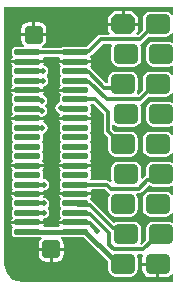
<source format=gbr>
%TF.GenerationSoftware,Altium Limited,Altium Designer,24.8.2 (39)*%
G04 Layer_Physical_Order=1*
G04 Layer_Color=255*
%FSLAX45Y45*%
%MOMM*%
%TF.SameCoordinates,FBB41CCB-3D8C-4B0B-A071-B3836E82DD1E*%
%TF.FilePolarity,Positive*%
%TF.FileFunction,Copper,L1,Top,Signal*%
%TF.Part,Single*%
G01*
G75*
%TA.AperFunction,SMDPad,CuDef*%
G04:AMPARAMS|DCode=10|XSize=2.2mm|YSize=0.5mm|CornerRadius=0.125mm|HoleSize=0mm|Usage=FLASHONLY|Rotation=0.000|XOffset=0mm|YOffset=0mm|HoleType=Round|Shape=RoundedRectangle|*
%AMROUNDEDRECTD10*
21,1,2.20000,0.25000,0,0,0.0*
21,1,1.95000,0.50000,0,0,0.0*
1,1,0.25000,0.97500,-0.12500*
1,1,0.25000,-0.97500,-0.12500*
1,1,0.25000,-0.97500,0.12500*
1,1,0.25000,0.97500,0.12500*
%
%ADD10ROUNDEDRECTD10*%
%TA.AperFunction,Conductor*%
%ADD11C,0.30000*%
%ADD12C,0.35000*%
%ADD13C,0.40000*%
%TA.AperFunction,ComponentPad*%
G04:AMPARAMS|DCode=14|XSize=1.7mm|YSize=2.1mm|CornerRadius=0mm|HoleSize=0mm|Usage=FLASHONLY|Rotation=270.000|XOffset=0mm|YOffset=0mm|HoleType=Round|Shape=Octagon|*
%AMOCTAGOND14*
4,1,8,1.05000,0.42500,1.05000,-0.42500,0.62500,-0.85000,-0.62500,-0.85000,-1.05000,-0.42500,-1.05000,0.42500,-0.62500,0.85000,0.62500,0.85000,1.05000,0.42500,0.0*
%
%ADD14OCTAGOND14*%

G04:AMPARAMS|DCode=15|XSize=1.7mm|YSize=2.1mm|CornerRadius=0.425mm|HoleSize=0mm|Usage=FLASHONLY|Rotation=270.000|XOffset=0mm|YOffset=0mm|HoleType=Round|Shape=RoundedRectangle|*
%AMROUNDEDRECTD15*
21,1,1.70000,1.25001,0,0,270.0*
21,1,0.85000,2.10000,0,0,270.0*
1,1,0.85000,-0.62500,-0.42500*
1,1,0.85000,-0.62500,0.42500*
1,1,0.85000,0.62500,0.42500*
1,1,0.85000,0.62500,-0.42500*
%
%ADD15ROUNDEDRECTD15*%
G04:AMPARAMS|DCode=16|XSize=1.55mm|YSize=1.6mm|CornerRadius=0.3875mm|HoleSize=0mm|Usage=FLASHONLY|Rotation=270.000|XOffset=0mm|YOffset=0mm|HoleType=Round|Shape=RoundedRectangle|*
%AMROUNDEDRECTD16*
21,1,1.55000,0.82500,0,0,270.0*
21,1,0.77500,1.60000,0,0,270.0*
1,1,0.77500,-0.41250,-0.38750*
1,1,0.77500,-0.41250,0.38750*
1,1,0.77500,0.41250,0.38750*
1,1,0.77500,0.41250,-0.38750*
%
%ADD16ROUNDEDRECTD16*%
%TA.AperFunction,ViaPad*%
%ADD17C,0.50800*%
G36*
X1476058Y2405898D02*
X1461058Y2401348D01*
X1451560Y2415561D01*
X1430887Y2429375D01*
X1406501Y2434226D01*
X1281500D01*
X1257114Y2429375D01*
X1236440Y2415561D01*
X1222626Y2394888D01*
X1217776Y2370501D01*
Y2285501D01*
X1219377Y2277450D01*
X1180162Y2238234D01*
X1165432D01*
X1159691Y2252092D01*
X1180400Y2272802D01*
Y2315301D01*
X1050000D01*
X919600D01*
Y2272802D01*
X940310Y2252092D01*
X934569Y2238234D01*
X860000D01*
X845368Y2235324D01*
X832964Y2227036D01*
X741661Y2135733D01*
X663501D01*
X663010Y2135635D01*
X548501D01*
X535820Y2133113D01*
X528517Y2128233D01*
X367020D01*
X362886Y2143233D01*
X380499Y2155001D01*
X394677Y2176220D01*
X399656Y2201251D01*
Y2227301D01*
X292999D01*
X186343D01*
Y2201251D01*
X191321Y2176220D01*
X205500Y2155001D01*
X212034Y2150635D01*
X207484Y2135635D01*
X142502D01*
X129821Y2133113D01*
X119071Y2125929D01*
X111888Y2115179D01*
X109365Y2102498D01*
Y2077498D01*
X111888Y2064818D01*
X115178Y2049823D01*
X106801Y2037287D01*
X103899Y2022699D01*
X376105D01*
X373307Y2036764D01*
X373235Y2037342D01*
X381570Y2051764D01*
X504433D01*
X512767Y2037342D01*
X512696Y2036764D01*
X509898Y2022699D01*
X646001D01*
X782103D01*
X779202Y2037287D01*
X770825Y2049823D01*
X775735Y2064583D01*
X784534Y2070462D01*
X875837Y2161766D01*
X950536D01*
X958553Y2146766D01*
X954626Y2140888D01*
X949775Y2116501D01*
Y2031501D01*
X954626Y2007115D01*
X968440Y1986442D01*
X989113Y1972628D01*
X1013500Y1967777D01*
X1138500D01*
X1162886Y1972628D01*
X1183560Y1986442D01*
X1197374Y2007115D01*
X1202224Y2031501D01*
Y2116501D01*
X1197374Y2140888D01*
X1193446Y2146766D01*
X1194261Y2151550D01*
X1200823Y2162725D01*
X1210631Y2164676D01*
X1223035Y2172964D01*
X1273449Y2223379D01*
X1281500Y2221777D01*
X1406501D01*
X1430887Y2226628D01*
X1451560Y2240442D01*
X1461058Y2254655D01*
X1476058Y2250105D01*
Y2178475D01*
X1462829Y2171404D01*
X1456886Y2175375D01*
X1432500Y2180226D01*
X1307500D01*
X1283113Y2175375D01*
X1262440Y2161561D01*
X1248626Y2140888D01*
X1243775Y2116501D01*
Y2031501D01*
X1248626Y2007115D01*
X1262440Y1986442D01*
X1283113Y1972628D01*
X1307500Y1967777D01*
X1432500D01*
X1456886Y1972628D01*
X1462829Y1976599D01*
X1476058Y1969528D01*
Y1897898D01*
X1461058Y1893348D01*
X1451560Y1907561D01*
X1430887Y1921375D01*
X1406501Y1926226D01*
X1281500D01*
X1257114Y1921375D01*
X1236440Y1907561D01*
X1222626Y1886888D01*
X1217776Y1862501D01*
Y1777501D01*
X1219975Y1766444D01*
X1184493Y1730961D01*
X1175065Y1732034D01*
X1167590Y1747451D01*
X1171374Y1753115D01*
X1176225Y1777501D01*
Y1862501D01*
X1171374Y1886888D01*
X1157561Y1907561D01*
X1136887Y1921375D01*
X1112501Y1926226D01*
X987500D01*
X963114Y1921375D01*
X942440Y1907561D01*
X928627Y1886888D01*
X923776Y1862501D01*
Y1825686D01*
X904782D01*
X785235Y1945232D01*
X774692Y1952277D01*
X774115Y1955179D01*
X770825Y1970174D01*
X779202Y1982711D01*
X782103Y1997299D01*
X646001D01*
X509898D01*
X512800Y1982711D01*
X521176Y1970174D01*
X517886Y1955179D01*
X515364Y1942499D01*
Y1917499D01*
X517886Y1904818D01*
X525070Y1894068D01*
Y1885930D01*
X517886Y1875180D01*
X515364Y1862499D01*
Y1837499D01*
X517886Y1824818D01*
X521176Y1809823D01*
X512800Y1797287D01*
X509898Y1782699D01*
X646001D01*
Y1757299D01*
X509898D01*
X512800Y1742711D01*
X521176Y1730175D01*
X517886Y1715180D01*
X515364Y1702499D01*
Y1677499D01*
X515733Y1675646D01*
X507399Y1663174D01*
X505783Y1662853D01*
X490765Y1652819D01*
X480731Y1637801D01*
X477207Y1620087D01*
X480731Y1602373D01*
X490765Y1587355D01*
X505783Y1577321D01*
X507868Y1576906D01*
X514772Y1560239D01*
X512800Y1557287D01*
X509898Y1542699D01*
X646001D01*
X782103D01*
X779202Y1557287D01*
X770825Y1569824D01*
X774115Y1584819D01*
X776638Y1597499D01*
Y1622499D01*
X774115Y1635180D01*
X771353Y1639313D01*
X779330Y1654313D01*
X797897D01*
X884314Y1567896D01*
Y1422002D01*
X887031Y1408346D01*
X894766Y1396768D01*
X925975Y1365559D01*
X923776Y1354501D01*
Y1269501D01*
X928627Y1245115D01*
X942440Y1224442D01*
X963114Y1210628D01*
X987500Y1205777D01*
X1112501D01*
X1136887Y1210628D01*
X1157561Y1224442D01*
X1171374Y1245115D01*
X1176225Y1269501D01*
Y1354501D01*
X1171374Y1378888D01*
X1157561Y1399561D01*
X1136887Y1413375D01*
X1112501Y1418226D01*
X987500D01*
X976443Y1416026D01*
X955686Y1436784D01*
Y1472585D01*
X970686Y1476941D01*
X989113Y1464628D01*
X1013500Y1459777D01*
X1138500D01*
X1162886Y1464628D01*
X1183560Y1478442D01*
X1197374Y1499115D01*
X1202224Y1523501D01*
Y1608501D01*
X1197374Y1632888D01*
X1193080Y1639314D01*
X1193270Y1642411D01*
X1200265Y1655561D01*
X1207655Y1657031D01*
X1219233Y1664766D01*
X1270443Y1715977D01*
X1281500Y1713777D01*
X1406501D01*
X1430887Y1718628D01*
X1451560Y1732442D01*
X1461058Y1746655D01*
X1476058Y1742105D01*
Y1670475D01*
X1462829Y1663404D01*
X1456886Y1667375D01*
X1432500Y1672226D01*
X1307500D01*
X1283113Y1667375D01*
X1262440Y1653561D01*
X1248626Y1632888D01*
X1243775Y1608501D01*
Y1523501D01*
X1248626Y1499115D01*
X1262440Y1478442D01*
X1283113Y1464628D01*
X1307500Y1459777D01*
X1432500D01*
X1456886Y1464628D01*
X1462829Y1468599D01*
X1476058Y1461528D01*
Y1389898D01*
X1461058Y1385348D01*
X1451560Y1399561D01*
X1430887Y1413375D01*
X1406501Y1418226D01*
X1281500D01*
X1257114Y1413375D01*
X1236440Y1399561D01*
X1222626Y1378888D01*
X1217776Y1354501D01*
Y1269501D01*
X1222626Y1245115D01*
X1236440Y1224442D01*
X1257114Y1210628D01*
X1281500Y1205777D01*
X1406501D01*
X1430887Y1210628D01*
X1451560Y1224442D01*
X1461058Y1238655D01*
X1476058Y1234105D01*
Y1162475D01*
X1462829Y1155404D01*
X1456886Y1159375D01*
X1432500Y1164226D01*
X1307500D01*
X1283113Y1159375D01*
X1262440Y1145561D01*
X1248626Y1124888D01*
X1243775Y1100501D01*
Y1039570D01*
X1239793Y1038777D01*
X1228216Y1031042D01*
X1217224Y1020051D01*
X1202224Y1026264D01*
Y1100501D01*
X1197374Y1124888D01*
X1183560Y1145561D01*
X1162886Y1159375D01*
X1138500Y1164226D01*
X1013500D01*
X989113Y1159375D01*
X968440Y1145561D01*
X954626Y1124888D01*
X949775Y1100501D01*
Y1015501D01*
X953151Y998529D01*
X939327Y991140D01*
X935233Y995234D01*
X923656Y1002970D01*
X909999Y1005686D01*
X779330D01*
X771353Y1020686D01*
X774115Y1024820D01*
X776638Y1037500D01*
Y1062501D01*
X774115Y1075181D01*
X770825Y1090176D01*
X779202Y1102712D01*
X782103Y1117300D01*
X646001D01*
X509898D01*
X512800Y1102712D01*
X521176Y1090176D01*
X517886Y1075181D01*
X515364Y1062501D01*
Y1037500D01*
X517886Y1024820D01*
X525070Y1014070D01*
Y1005931D01*
X517886Y995181D01*
X515364Y982501D01*
Y957500D01*
X517886Y944820D01*
X521176Y929825D01*
X512800Y917289D01*
X509898Y902701D01*
X646001D01*
X782103D01*
X779202Y917289D01*
X777848Y919315D01*
X785866Y934315D01*
X895218D01*
X919770Y909763D01*
X931347Y902027D01*
X932600Y901778D01*
X932807Y901563D01*
X938291Y885352D01*
X928627Y870888D01*
X923776Y846501D01*
Y761501D01*
X928627Y737115D01*
X942440Y716442D01*
X963114Y702628D01*
X987500Y697777D01*
X1112501D01*
X1136887Y702628D01*
X1157561Y716442D01*
X1171374Y737115D01*
X1176225Y761501D01*
Y846501D01*
X1171374Y870888D01*
X1162405Y884311D01*
X1170423Y899311D01*
X1182637D01*
X1196294Y902027D01*
X1207871Y909763D01*
X1266102Y967994D01*
X1283113Y956628D01*
X1307500Y951777D01*
X1432500D01*
X1456886Y956628D01*
X1462829Y960599D01*
X1476058Y953528D01*
Y881898D01*
X1461058Y877348D01*
X1451560Y891561D01*
X1430887Y905375D01*
X1406501Y910226D01*
X1281500D01*
X1257114Y905375D01*
X1236440Y891561D01*
X1222626Y870888D01*
X1217776Y846501D01*
Y761501D01*
X1222626Y737115D01*
X1236440Y716442D01*
X1257114Y702628D01*
X1281500Y697777D01*
X1406501D01*
X1430887Y702628D01*
X1451560Y716442D01*
X1461058Y730655D01*
X1476058Y726105D01*
Y654475D01*
X1462829Y647404D01*
X1456886Y651375D01*
X1432500Y656226D01*
X1307500D01*
X1283113Y651375D01*
X1262440Y637561D01*
X1248626Y616888D01*
X1243775Y592501D01*
Y507501D01*
X1245975Y496444D01*
X1210492Y460961D01*
X1201064Y462034D01*
X1193589Y477451D01*
X1197374Y483115D01*
X1202224Y507501D01*
Y592501D01*
X1197374Y616888D01*
X1183560Y637561D01*
X1162886Y651375D01*
X1138500Y656226D01*
X1013500D01*
X989113Y651375D01*
X974673Y641726D01*
X791164Y825235D01*
X779587Y832970D01*
X774348Y834012D01*
X774115Y835181D01*
X770825Y850177D01*
X779202Y862713D01*
X782103Y877301D01*
X646001D01*
X509898D01*
X512800Y862713D01*
X521176Y850177D01*
X517886Y835182D01*
X515364Y822501D01*
Y797501D01*
X517886Y784820D01*
X525070Y774070D01*
Y765932D01*
X517886Y755182D01*
X515364Y742501D01*
Y717501D01*
X517886Y704821D01*
X521176Y689825D01*
X512800Y677289D01*
X509898Y662701D01*
X646001D01*
Y637301D01*
X509898D01*
X512189Y625785D01*
X504103Y610785D01*
X381900D01*
X373814Y625785D01*
X376105Y637301D01*
X103899D01*
X106801Y622713D01*
X115178Y610177D01*
X111888Y595182D01*
X109365Y582502D01*
Y557501D01*
X111888Y544821D01*
X119071Y534070D01*
X129821Y526887D01*
X142502Y524365D01*
X337502D01*
X350183Y526887D01*
X350623Y527181D01*
X358827Y525261D01*
X361746Y509171D01*
X355502Y504999D01*
X341324Y483779D01*
X336345Y458749D01*
Y432699D01*
X443001D01*
X549658D01*
Y458749D01*
X544679Y483779D01*
X530501Y504999D01*
X524257Y509171D01*
X527176Y525261D01*
X535379Y527181D01*
X535820Y526887D01*
X548501Y524365D01*
X718961D01*
X923776Y319550D01*
Y253501D01*
X928627Y229115D01*
X942440Y208442D01*
X963114Y194628D01*
X987500Y189777D01*
X1112501D01*
X1136887Y194628D01*
X1157561Y208442D01*
X1171374Y229115D01*
X1176225Y253501D01*
Y338501D01*
X1171374Y362888D01*
X1167080Y369314D01*
X1175098Y384314D01*
X1212408D01*
X1220590Y369559D01*
X1217540Y364995D01*
X1212270Y338501D01*
Y308701D01*
X1344000D01*
Y296001D01*
X1356700D01*
Y184271D01*
X1406501D01*
X1432994Y189541D01*
X1455454Y204548D01*
X1461058Y212936D01*
X1476058Y208385D01*
Y143944D01*
X200000D01*
X199453Y143835D01*
X159563Y149087D01*
X121882Y164695D01*
X89524Y189524D01*
X64695Y221882D01*
X49087Y259563D01*
X43836Y299453D01*
X43944Y299999D01*
Y2476056D01*
X1476058D01*
Y2405898D01*
D02*
G37*
%LPC*%
G36*
X1125201Y2438401D02*
X1062700D01*
Y2340701D01*
X1180400D01*
Y2383201D01*
X1125201Y2438401D01*
D02*
G37*
G36*
X1037300D02*
X974800D01*
X919600Y2383201D01*
Y2340701D01*
X1037300D01*
Y2438401D01*
D02*
G37*
G36*
X334249Y2344157D02*
X305699D01*
Y2252701D01*
X399656D01*
Y2278751D01*
X394677Y2303781D01*
X380499Y2325000D01*
X359279Y2339178D01*
X334249Y2344157D01*
D02*
G37*
G36*
X280299D02*
X251749D01*
X226719Y2339178D01*
X205500Y2325000D01*
X191321Y2303781D01*
X186343Y2278751D01*
Y2252701D01*
X280299D01*
Y2344157D01*
D02*
G37*
G36*
X376105Y1997299D02*
X103899D01*
X106801Y1982711D01*
X115178Y1970174D01*
X111888Y1955179D01*
X109365Y1942499D01*
Y1917499D01*
X111888Y1904818D01*
X119071Y1894068D01*
Y1885930D01*
X111888Y1875180D01*
X109365Y1862499D01*
Y1837499D01*
X111888Y1824818D01*
X115178Y1809823D01*
X106801Y1797287D01*
X103899Y1782699D01*
X376105D01*
X374716Y1789680D01*
X382850Y1805365D01*
X384771Y1806974D01*
X388730Y1807761D01*
X403748Y1817795D01*
X413782Y1832813D01*
X417306Y1850527D01*
X413782Y1868241D01*
X403748Y1883259D01*
Y1889325D01*
X405525Y1900112D01*
X413994Y1912786D01*
X417518Y1930501D01*
X413994Y1948215D01*
X403960Y1963232D01*
X388943Y1973267D01*
X385404Y1973970D01*
X383638Y1975236D01*
X374921Y1991349D01*
X376105Y1997299D01*
D02*
G37*
G36*
Y1757299D02*
X103899D01*
X106801Y1742711D01*
X115178Y1730175D01*
X111888Y1715180D01*
X109365Y1702499D01*
Y1677499D01*
X111888Y1664818D01*
X119071Y1654068D01*
Y1645930D01*
X111888Y1635180D01*
X109365Y1622499D01*
Y1597499D01*
X111888Y1584819D01*
X115178Y1569824D01*
X106801Y1557287D01*
X103899Y1542699D01*
X376105D01*
X375400Y1546241D01*
X379488Y1552359D01*
X394505Y1562393D01*
X404539Y1577410D01*
X408063Y1595124D01*
X404539Y1612839D01*
X394505Y1627856D01*
X392156Y1629426D01*
Y1644426D01*
X394506Y1645996D01*
X404540Y1661014D01*
X408064Y1678728D01*
X404540Y1696442D01*
X394506Y1711460D01*
X379489Y1721494D01*
X377351Y1721919D01*
X370447Y1738586D01*
X373203Y1742711D01*
X376105Y1757299D01*
D02*
G37*
G36*
Y1517299D02*
X103899D01*
X106801Y1502711D01*
X115178Y1490175D01*
X111888Y1475180D01*
X109365Y1462500D01*
Y1437500D01*
X111888Y1424819D01*
X119071Y1414069D01*
Y1405931D01*
X111888Y1395181D01*
X109365Y1382500D01*
Y1357500D01*
X111888Y1344819D01*
X119071Y1334069D01*
Y1325931D01*
X111888Y1315181D01*
X109365Y1302500D01*
Y1277500D01*
X111888Y1264819D01*
X119071Y1254069D01*
Y1245931D01*
X111888Y1235181D01*
X109365Y1222500D01*
Y1197500D01*
X111888Y1184820D01*
X115178Y1169824D01*
X106801Y1157288D01*
X103899Y1142700D01*
X376105D01*
X373203Y1157288D01*
X364827Y1169824D01*
X368116Y1184819D01*
X370639Y1197500D01*
Y1222500D01*
X368116Y1235181D01*
X360933Y1245931D01*
Y1254069D01*
X368116Y1264819D01*
X370639Y1277500D01*
Y1302500D01*
X368116Y1315181D01*
X360933Y1325931D01*
Y1334069D01*
X368116Y1344819D01*
X370639Y1357500D01*
Y1382500D01*
X369311Y1389174D01*
X376470Y1403983D01*
X378703Y1406336D01*
X383596Y1407310D01*
X398614Y1417344D01*
X408648Y1432361D01*
X412172Y1450076D01*
X408648Y1467790D01*
X398614Y1482807D01*
X383596Y1492842D01*
X383313Y1492898D01*
X374636Y1509918D01*
X376105Y1517299D01*
D02*
G37*
G36*
X782103D02*
X646001D01*
X509898D01*
X512800Y1502711D01*
X521176Y1490175D01*
X517886Y1475180D01*
X515364Y1462500D01*
Y1437500D01*
X517886Y1424819D01*
X525070Y1414069D01*
Y1405931D01*
X517886Y1395181D01*
X515364Y1382500D01*
Y1357500D01*
X517886Y1344819D01*
X525070Y1334069D01*
Y1325931D01*
X517886Y1315181D01*
X515364Y1302500D01*
Y1277500D01*
X517886Y1264819D01*
X525070Y1254069D01*
Y1245931D01*
X517886Y1235181D01*
X515364Y1222500D01*
Y1197500D01*
X517886Y1184820D01*
X521176Y1169824D01*
X512800Y1157288D01*
X509898Y1142700D01*
X646001D01*
X782103D01*
X779202Y1157288D01*
X770825Y1169824D01*
X774115Y1184819D01*
X776638Y1197500D01*
Y1222500D01*
X774115Y1235181D01*
X766932Y1245931D01*
Y1254069D01*
X774115Y1264819D01*
X776638Y1277500D01*
Y1302500D01*
X774115Y1315181D01*
X766932Y1325931D01*
Y1334069D01*
X774115Y1344819D01*
X776638Y1357500D01*
Y1382500D01*
X774115Y1395181D01*
X766932Y1405931D01*
Y1414069D01*
X774115Y1424819D01*
X776638Y1437500D01*
Y1462500D01*
X774115Y1475180D01*
X770825Y1490175D01*
X779202Y1502711D01*
X782103Y1517299D01*
D02*
G37*
G36*
X376105Y1117300D02*
X103899D01*
X106801Y1102712D01*
X115178Y1090176D01*
X111888Y1075181D01*
X109365Y1062501D01*
Y1037500D01*
X111888Y1024820D01*
X119071Y1014070D01*
Y1005931D01*
X111888Y995181D01*
X109365Y982501D01*
Y957500D01*
X111888Y944820D01*
X115178Y929825D01*
X106801Y917289D01*
X103899Y902701D01*
X376105D01*
X374760Y909459D01*
X375880Y912504D01*
X384440Y924038D01*
X385825Y924869D01*
X397714Y927234D01*
X412732Y937268D01*
X422766Y952286D01*
X426289Y970000D01*
X422766Y987714D01*
X412732Y1002732D01*
X397714Y1012766D01*
X380000Y1016290D01*
X377395Y1018159D01*
X369028Y1029401D01*
X370639Y1037500D01*
Y1062501D01*
X368116Y1075181D01*
X364827Y1090176D01*
X373203Y1102712D01*
X376105Y1117300D01*
D02*
G37*
G36*
Y877301D02*
X103899D01*
X106801Y862713D01*
X115178Y850177D01*
X111888Y835182D01*
X109365Y822501D01*
Y797501D01*
X111888Y784820D01*
X119071Y774070D01*
Y765932D01*
X111888Y755182D01*
X109365Y742501D01*
Y717501D01*
X111888Y704821D01*
X115178Y689825D01*
X106801Y677289D01*
X103899Y662701D01*
X376105D01*
X374760Y669459D01*
X375880Y672504D01*
X384441Y684038D01*
X385825Y684869D01*
X397714Y687234D01*
X412732Y697268D01*
X422766Y712286D01*
X426289Y730000D01*
X422766Y747714D01*
X412732Y762732D01*
Y777268D01*
X422766Y792286D01*
X426289Y810000D01*
X422766Y827714D01*
X412732Y842732D01*
X397714Y852766D01*
X385825Y855131D01*
X384439Y855963D01*
X375880Y867495D01*
X374760Y870541D01*
X376105Y877301D01*
D02*
G37*
G36*
X549658Y407299D02*
X455701D01*
Y315842D01*
X484251D01*
X509281Y320821D01*
X530501Y335000D01*
X544679Y356219D01*
X549658Y381249D01*
Y407299D01*
D02*
G37*
G36*
X430301D02*
X336345D01*
Y381249D01*
X341324Y356219D01*
X355502Y335000D01*
X376721Y320821D01*
X401752Y315842D01*
X430301D01*
Y407299D01*
D02*
G37*
G36*
X1331300Y283301D02*
X1212270D01*
Y253501D01*
X1217540Y227008D01*
X1232547Y204548D01*
X1255007Y189541D01*
X1281500Y184271D01*
X1331300D01*
Y283301D01*
D02*
G37*
%LPD*%
D10*
X240002Y2089998D02*
D03*
X646001D02*
D03*
X240002Y2009999D02*
D03*
Y1929999D02*
D03*
Y1849999D02*
D03*
Y1769999D02*
D03*
Y1689999D02*
D03*
Y1609999D02*
D03*
Y1529999D02*
D03*
Y1450000D02*
D03*
Y1370000D02*
D03*
Y1290000D02*
D03*
Y1210000D02*
D03*
Y1130000D02*
D03*
Y1050000D02*
D03*
Y970001D02*
D03*
Y890001D02*
D03*
Y810001D02*
D03*
Y730001D02*
D03*
Y650001D02*
D03*
Y570001D02*
D03*
X646001Y2009999D02*
D03*
Y1929999D02*
D03*
Y1849999D02*
D03*
Y1769999D02*
D03*
Y1689999D02*
D03*
Y1609999D02*
D03*
Y1529999D02*
D03*
Y1450000D02*
D03*
Y1370000D02*
D03*
Y1290000D02*
D03*
Y1210000D02*
D03*
Y1130000D02*
D03*
Y1050000D02*
D03*
Y970001D02*
D03*
Y890001D02*
D03*
Y810001D02*
D03*
Y730001D02*
D03*
Y650001D02*
D03*
Y570001D02*
D03*
D11*
X649893Y1616107D02*
X656001Y1609999D01*
X527476Y1616107D02*
X649893D01*
X523497Y1620087D02*
X527476Y1616107D01*
X351270Y1599999D02*
X356145Y1595124D01*
X240002Y1599999D02*
X351270D01*
X230002Y1609999D02*
X240002Y1599999D01*
X356145Y1595124D02*
X361773D01*
X230002Y1689999D02*
X237294Y1682708D01*
X357795D02*
X361774Y1678728D01*
X237294Y1682708D02*
X357795D01*
X890000Y1790000D02*
X1039999D01*
X1070000Y1820001D01*
X760002Y1919999D02*
X890000Y1790000D01*
X666001Y1919999D02*
X760002D01*
X666001Y1839999D02*
X760001D01*
X910000Y1690000D01*
X1193999D01*
X1182637Y934996D02*
X1253449Y1005808D01*
X909999Y970001D02*
X945003Y934996D01*
X1182637D01*
X1253449Y1005808D02*
X1297807D01*
X1350000Y1058001D01*
X962906Y603025D02*
X1042976D01*
X666001Y800001D02*
X765931D01*
X962906Y603025D01*
X656001Y810001D02*
X666001Y800001D01*
X930000Y460000D02*
Y559388D01*
X830362Y579264D02*
Y580138D01*
X664966Y721035D02*
X768352D01*
X768909Y641592D02*
X830362Y580138D01*
X768352Y721035D02*
X930000Y559388D01*
X656001Y730001D02*
X664966Y721035D01*
X656001Y650001D02*
X664410Y641592D01*
X768909D01*
X1042976Y603025D02*
X1096000Y550001D01*
X230002Y1849999D02*
X230266Y1850263D01*
X370752D02*
X371016Y1850527D01*
X230266Y1850263D02*
X370752D01*
X230002Y1929999D02*
X230253Y1930250D01*
X370977D01*
X371228Y1930501D01*
X230002Y1450000D02*
X230040Y1450037D01*
X365844D02*
X365882Y1450076D01*
X230040Y1450037D02*
X365844D01*
X920000Y1422002D02*
Y1582678D01*
X656001Y1689999D02*
X812678D01*
X920000Y1582678D01*
X656001Y970001D02*
X909999D01*
X379999Y730001D02*
X380000Y730000D01*
X230003Y730001D02*
X379999D01*
X230002Y730001D02*
X230003Y730001D01*
X379999Y810000D02*
X380000Y810000D01*
X230003Y810000D02*
X379999D01*
X230002Y810001D02*
X230003Y810000D01*
X380000Y970000D02*
X380000Y970000D01*
X230002Y970000D02*
X380000D01*
X230002Y970001D02*
X230002Y970000D01*
X970000Y420000D02*
X1219998D01*
X930000Y460000D02*
X970000Y420000D01*
X1219998D02*
X1350000Y550001D01*
X656001Y1849999D02*
X666001Y1839999D01*
X656001Y1929999D02*
X666001Y1919999D01*
X920000Y1422002D02*
X1030000Y1312001D01*
X1193999Y1690000D02*
X1324000Y1820001D01*
D12*
X757498Y2097498D02*
X860000Y2200000D01*
X1195999D01*
X230002Y2089998D02*
X656001D01*
X663501Y2097498D01*
X757498D01*
X1195999Y2200000D02*
X1324000Y2328001D01*
D13*
X1018890Y347112D02*
X1070000Y296001D01*
X953890Y347112D02*
X1018890D01*
X731001Y570001D02*
X953890Y347112D01*
X230002Y570001D02*
X731001D01*
D14*
X1050000Y2328001D02*
D03*
D15*
X1076000Y2074001D02*
D03*
X1050000Y1820001D02*
D03*
X1076000Y1566001D02*
D03*
X1050000Y1312001D02*
D03*
X1076000Y1058001D02*
D03*
X1050000Y804001D02*
D03*
X1344000Y2328001D02*
D03*
X1370000Y2074001D02*
D03*
X1344000Y1820001D02*
D03*
X1370000Y1566001D02*
D03*
X1344000Y1312001D02*
D03*
X1370000Y1058001D02*
D03*
X1344000Y804001D02*
D03*
X1076000Y550001D02*
D03*
X1050000Y296001D02*
D03*
X1370000Y550001D02*
D03*
X1344000Y296001D02*
D03*
D16*
X443001Y419999D02*
D03*
X292999Y2240001D02*
D03*
D17*
X523497Y1620087D02*
D03*
X361773Y1595124D02*
D03*
X361774Y1678728D02*
D03*
X895858Y1874378D02*
D03*
X808751Y891705D02*
D03*
X908752Y1031705D02*
D03*
X808751Y1131705D02*
D03*
X1240000Y1950000D02*
D03*
Y670000D02*
D03*
X830362Y579264D02*
D03*
X680000Y2170000D02*
D03*
X310000Y490000D02*
D03*
X705819Y497038D02*
D03*
X810000Y2010000D02*
D03*
X371016Y1850527D02*
D03*
X371228Y1930501D02*
D03*
X365882Y1450076D02*
D03*
X455356Y1763670D02*
D03*
X820000Y1550000D02*
D03*
X860000Y200000D02*
D03*
X830000Y2440000D02*
D03*
X880000Y2270000D02*
D03*
X80000Y1530000D02*
D03*
Y1770000D02*
D03*
Y2010000D02*
D03*
Y2440000D02*
D03*
X430000Y2160000D02*
D03*
X440000Y2010000D02*
D03*
X80000Y1130000D02*
D03*
Y890000D02*
D03*
Y650000D02*
D03*
X130000Y220000D02*
D03*
X380000Y810000D02*
D03*
Y730000D02*
D03*
Y970000D02*
D03*
X400000Y890000D02*
D03*
X440000Y1130000D02*
D03*
Y650000D02*
D03*
%TF.MD5,c18199d341f70147d0b55334d5ad82e5*%
M02*

</source>
